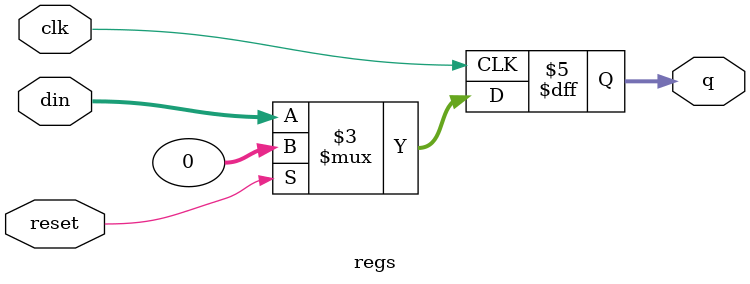
<source format=v>
`timescale 1ns/1ps

module regs #(parameter N = 32)
				(input clk,
				 input reset,
				 input [N-1:0]din,
				 output reg [N-1:0] q);
	always @(posedge clk)
		begin	
			if(reset)
				q <= {N{1'b0}};
			else
				q <= din;
		end
endmodule
</source>
